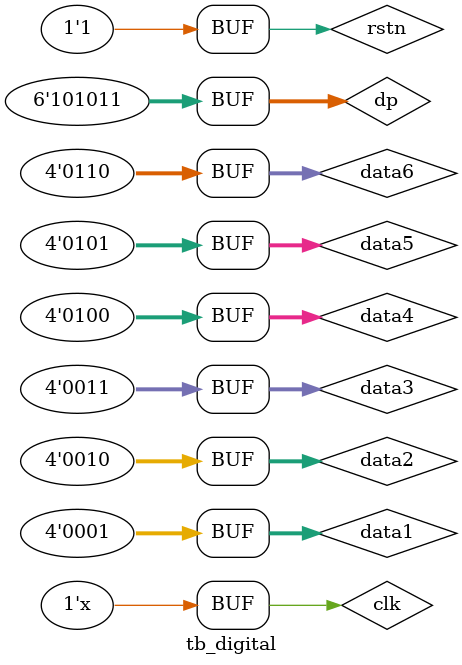
<source format=v>
`timescale 1ns / 1ps
module tb_digital();
reg         clk  ;
reg         rstn ;
reg   [3:0] data1;
reg   [3:0] data2;
reg   [3:0] data3;
reg   [3:0] data4;
reg   [3:0] data5;
reg   [3:0] data6;
reg   [5:0] dp   ;
wire  [7:0] seg  ;
wire  [5:0] sel  ;
always#10 clk <= !clk;
initial begin
    clk   = 0;
    rstn  = 0;
    data1 = 1;
    data2 = 2;
    data3 = 3;
    data4 = 4;
    data5 = 5;
    data6 = 6;
    dp    = 6'b101011;
    #100;
    rstn = 1;
end
digital uu(
    .clk    (clk  ),  //input            clk  ,
    .rstn   (rstn ),  //input            rstn ,
    .data1  (data1),  //input      [3:0] data1,
    .data2  (data2),  //input      [3:0] data2,
    .data3  (data3),  //input      [3:0] data3,
    .data4  (data4),  //input      [3:0] data4,
    .data5  (data5),  //input      [3:0] data5,
    .data6  (data6),  //input      [3:0] data6, 
    .dp     (dp   ),  //input      [5:0] dp   ,
    .seg    (seg  ),  //output reg [7:0] seg  ,
    .sel    (sel  )   //output reg [5:0] sel   
);

endmodule

</source>
